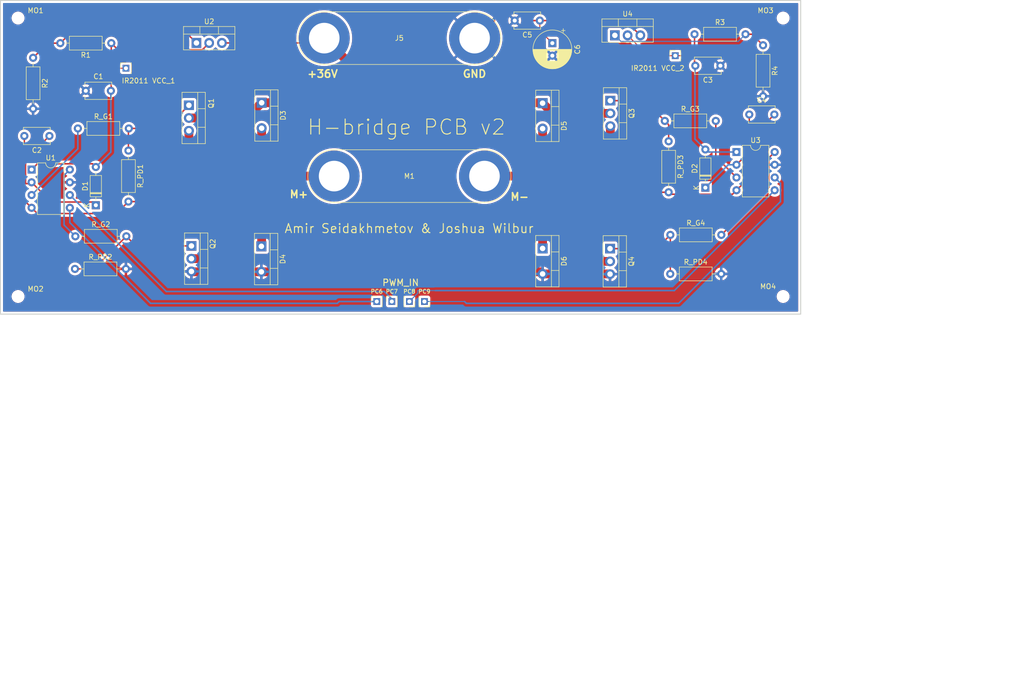
<source format=kicad_pcb>
(kicad_pcb (version 20240108) (generator "pcbnew") (generator_version "8.0")
  (layers (0 "F.Cu" signal) (31 "B.Cu" signal) (34 "B.Paste" user) (35 "F.Paste" user) (36 "B.SilkS" user "B.Silkscreen") (37 "F.SilkS" user "F.Silkscreen") (38 "B.Mask" user) (39 "F.Mask" user) (44 "Edge.Cuts" user))
  (net 0 "")
  (net 1 "Net-(D1-A)")
  (net 2 "GND")
  (net 3 "Net-(D1-K)")
  (net 4 "Net-(D3-A)")
  (net 5 "Net-(D2-A)")
  (net 6 "Net-(D2-K)")
  (net 7 "Net-(D5-A)")
  (net 8 "+36V")
  (net 9 "Net-(Q1-G)")
  (net 10 "Net-(Q2-G)")
  (net 11 "Net-(Q3-G)")
  (net 12 "Net-(Q4-G)")
  (net 13 "Net-(U2-ADJ)")
  (net 14 "Net-(U4-ADJ)")
  (net 15 "Net-(U1-HO)")
  (net 16 "Net-(U1-LO)")
  (net 17 "Net-(U3-HO)")
  (net 18 "Net-(U3-LO)")
  (net 19 "PWM_IN2")
  (net 20 "PWM_IN1")
  (net 21 "PWM_IN3")
  (net 22 "PWM_IN4")
  (footprint "Package_TO_SOT_THT:TO-220-2_Vertical" (layer "F.Cu") (at 175.055 107.42 -90)
    (property "Reference" "D6" (at 2.54 -4.27 90) (layer "F.SilkS"))
    (property "Value" "MBRF10200")
    (pad "1" thru_hole rect (at 0 0 270) (size 2 2) (drill 1.1) (layers "*.Cu" "*.Mask") (net 7 "Net-(D5-A)"))
    (pad "2" thru_hole oval (at 5.08 0 270) (size 2 2) (drill 1.1) (layers "*.Cu" "*.Mask") (net 2 "GND"))
  )
  (footprint "Connector:Banana_Jack_2Pin" (layer "F.Cu") (at 161.5 65.5 180)
    (property "Reference" "J5" (at 15 0 0) (layer "F.SilkS"))
    (property "Value" "Screw_Terminal_01x02")
    (pad "1" thru_hole circle (at 0 0 180) (size 10.16 10.16) (drill 6.1) (layers "*.Cu" "*.Mask") (net 2 "GND"))
    (pad "2" thru_hole circle (at 29.97 0 180) (size 10.16 10.16) (drill 6.1) (layers "*.Cu" "*.Mask") (net 8 "+36V"))
  )
  (footprint "Package_TO_SOT_THT:TO-220-3_Vertical" (layer "F.Cu") (at 104.555 78.88 -90)
    (property "Reference" "Q1" (at -0.38 -4.445 90) (layer "F.SilkS"))
    (property "Value" "IRF530N")
    (pad "1" thru_hole rect (at 0 0 270) (size 1.905 2) (drill 1.1) (layers "*.Cu" "*.Mask") (net 9 "Net-(Q1-G)"))
    (pad "2" thru_hole oval (at 2.54 0 270) (size 1.905 2) (drill 1.1) (layers "*.Cu" "*.Mask") (net 8 "+36V"))
    (pad "3" thru_hole oval (at 5.08 0 270) (size 1.905 2) (drill 1.1) (layers "*.Cu" "*.Mask") (net 4 "Net-(D3-A)"))
  )
  (footprint "Package_TO_SOT_THT:TO-220-2_Vertical" (layer "F.Cu") (at 119.055 78.38 -90)
    (property "Reference" "D3" (at 2.54 -4.27 90) (layer "F.SilkS"))
    (property "Value" "MBRF10200")
    (pad "1" thru_hole rect (at 0 0 270) (size 2 2) (drill 1.1) (layers "*.Cu" "*.Mask") (net 8 "+36V"))
    (pad "2" thru_hole oval (at 5.08 0 270) (size 2 2) (drill 1.1) (layers "*.Cu" "*.Mask") (net 4 "Net-(D3-A)"))
  )
  (footprint "Resistor_THT:R_Axial_DIN0207_L6.3mm_D2.5mm_P10.16mm_Horizontal" (layer "F.Cu") (at 200.52 104.72)
    (property "Reference" "R_G4" (at 5.08 -2.37 0) (layer "F.SilkS"))
    (property "Value" "100")
    (pad "1" thru_hole circle (at 0 0) (size 1.6 1.6) (drill 0.8) (layers "*.Cu" "*.Mask") (net 12 "Net-(Q4-G)"))
    (pad "2" thru_hole oval (at 10.16 0) (size 1.6 1.6) (drill 0.8) (layers "*.Cu" "*.Mask") (net 18 "Net-(U3-LO)"))
  )
  (footprint "Capacitor_THT:C_Disc_D5.1mm_W3.2mm_P5.00mm" (layer "F.Cu") (at 216.25 80.72)
    (property "Reference" "C4" (at 2.5 -2.85 0) (layer "F.SilkS"))
    (property "Value" "0.1u")
    (pad "1" thru_hole circle (at 0 0) (size 1.6 1.6) (drill 0.8) (layers "*.Cu" "*.Mask") (net 6 "Net-(D2-K)"))
    (pad "2" thru_hole circle (at 5 0) (size 1.6 1.6) (drill 0.8) (layers "*.Cu" "*.Mask") (net 7 "Net-(D5-A)"))
  )
  (footprint "Package_TO_SOT_THT:TO-220-3_Vertical" (layer "F.Cu") (at 106.055 66.46)
    (property "Reference" "U2" (at 2.54 -4.27 0) (layer "F.SilkS"))
    (property "Value" "LM317_TO-220")
    (pad "1" thru_hole rect (at 0 0) (size 1.905 2) (drill 1.1) (layers "*.Cu" "*.Mask") (net 13 "Net-(U2-ADJ)"))
    (pad "2" thru_hole oval (at 2.54 0) (size 1.905 2) (drill 1.1) (layers "*.Cu" "*.Mask") (net 1 "Net-(D1-A)"))
    (pad "3" thru_hole oval (at 5.08 0) (size 1.905 2) (drill 1.1) (layers "*.Cu" "*.Mask") (net 8 "+36V"))
  )
  (footprint "Capacitor_THT:C_Disc_D5.1mm_W3.2mm_P5.00mm" (layer "F.Cu") (at 210.5 71 180)
    (property "Reference" "C3" (at 2.5 -2.85 180) (layer "F.SilkS"))
    (property "Value" "0.1u")
    (pad "1" thru_hole circle (at 0 0 180) (size 1.6 1.6) (drill 0.8) (layers "*.Cu" "*.Mask") (net 2 "GND"))
    (pad "2" thru_hole circle (at 5 0 180) (size 1.6 1.6) (drill 0.8) (layers "*.Cu" "*.Mask") (net 5 "Net-(D2-A)"))
  )
  (footprint "Package_DIP:DIP-8_W7.62mm" (layer "F.Cu") (at 213.7 88.2)
    (property "Reference" "U3" (at 3.81 -2.33 0) (layer "F.SilkS"))
    (property "Value" "IR2011")
    (pad "1" thru_hole rect (at 0 0) (size 1.6 1.6) (drill 0.8) (layers "*.Cu" "*.Mask") (net 5 "Net-(D2-A)"))
    (pad "2" thru_hole oval (at 0 2.54) (size 1.6 1.6) (drill 0.8) (layers "*.Cu" "*.Mask") (net 6 "Net-(D2-K)"))
    (pad "3" thru_hole oval (at 0 5.08) (size 1.6 1.6) (drill 0.8) (layers "*.Cu" "*.Mask") (net 17 "Net-(U3-HO)"))
    (pad "4" thru_hole oval (at 0 7.62) (size 1.6 1.6) (drill 0.8) (layers "*.Cu" "*.Mask") (net 7 "Net-(D5-A)"))
    (pad "5" thru_hole oval (at 7.62 7.62) (size 1.6 1.6) (drill 0.8) (layers "*.Cu" "*.Mask") (net 21 "PWM_IN3"))
    (pad "6" thru_hole oval (at 7.62 5.08) (size 1.6 1.6) (drill 0.8) (layers "*.Cu" "*.Mask") (net 22 "PWM_IN4"))
    (pad "7" thru_hole oval (at 7.62 2.54) (size 1.6 1.6) (drill 0.8) (layers "*.Cu" "*.Mask") (net 2 "GND"))
    (pad "8" thru_hole oval (at 7.62 0) (size 1.6 1.6) (drill 0.8) (layers "*.Cu" "*.Mask") (net 18 "Net-(U3-LO)"))
  )
  (footprint "Package_TO_SOT_THT:TO-220-3_Vertical" (layer "F.Cu") (at 189.46 64.945)
    (property "Reference" "U4" (at 2.54 -4.27 0) (layer "F.SilkS"))
    (property "Value" "LM317_TO-220")
    (pad "1" thru_hole rect (at 0 0) (size 1.905 2) (drill 1.1) (layers "*.Cu" "*.Mask") (net 14 "Net-(U4-ADJ)"))
    (pad "2" thru_hole oval (at 2.54 0) (size 1.905 2) (drill 1.1) (layers "*.Cu" "*.Mask") (net 5 "Net-(D2-A)"))
    (pad "3" thru_hole oval (at 5.08 0) (size 1.905 2) (drill 1.1) (layers "*.Cu" "*.Mask") (net 8 "+36V"))
  )
  (footprint "Connector_PinSocket_2.00mm:PinSocket_1x01_P2.00mm_Vertical" (layer "F.Cu") (at 151.5 118 -90)
    (property "Reference" "PC9" (at -2 0 0) (layer "F.SilkS") (effects (font (size 0.8 0.8))))
    (property "Value" "1x1 Pin Header" (hide yes))
    (pad "1" thru_hole rect (at 0 0 270) (size 1.35 1.35) (drill 0.8) (layers "*.Cu" "*.Mask") (net 22 "PWM_IN4"))
  )
  (footprint "Connector_PinSocket_2.00mm:PinSocket_1x01_P2.00mm_Vertical" (layer "F.Cu") (at 92 71.5 90)
    (property "Reference" "IR2011 VCC_1" (at -2.5 4.5 180) (layer "F.SilkS"))
    (property "Value" "PinSocket_1x01_P2.00mm_Vertical" (hide yes))
    (pad "1" thru_hole rect (at 0 0 90) (size 1.35 1.35) (drill 0.8) (layers "*.Cu" "*.Mask") (net 1 "Net-(D1-A)"))
  )
  (footprint "Resistor_THT:R_Axial_DIN0207_L6.3mm_D2.5mm_P10.16mm_Horizontal" (layer "F.Cu") (at 219 66.92 -90)
    (property "Reference" "R4" (at 5.08 -2.37 90) (layer "F.SilkS"))
    (property "Value" "5.6k")
    (pad "1" thru_hole circle (at 0 0 270) (size 1.6 1.6) (drill 0.8) (layers "*.Cu" "*.Mask") (net 14 "Net-(U4-ADJ)"))
    (pad "2" thru_hole oval (at 10.16 0 270) (size 1.6 1.6) (drill 0.8) (layers "*.Cu" "*.Mask") (net 2 "GND"))
  )
  (footprint "Mounting:MountingHole_2.1mm" (layer "F.Cu") (at 70.5 117)
    (property "Reference" "MO2" (at 3.5 -1.5 0) (layer "F.SilkS"))
    (property "Value" "MountingHole")
    (pad "" np_thru_hole circle (at 0 0) (size 2.1 2.1) (drill 2.1) (layers "*.Cu" "*.Mask"))
  )
  (footprint "Connector_PinSocket_2.00mm:PinSocket_1x01_P2.00mm_Vertical" (layer "F.Cu") (at 201.5 69 90)
    (property "Reference" "IR2011 VCC_2" (at -2.5 -3.5 180) (layer "F.SilkS"))
    (property "Value" "PinSocket_1x01_P2.00mm_Vertical" (hide yes))
    (pad "1" thru_hole rect (at 0 0 90) (size 1.35 1.35) (drill 0.8) (layers "*.Cu" "*.Mask") (net 5 "Net-(D2-A)"))
  )
  (footprint "Capacitor_THT:CP_Radial_D7.5mm_P2.50mm" (layer "F.Cu") (at 177 66.5 -90)
    (property "Reference" "C6" (at 1.25 -5 90) (layer "F.SilkS"))
    (property "Value" "100u")
    (pad "1" thru_hole rect (at 0 0 270) (size 1.6 1.6) (drill 0.8) (layers "*.Cu" "*.Mask") (net 8 "+36V"))
    (pad "2" thru_hole circle (at 2.5 0 270) (size 1.6 1.6) (drill 0.8) (layers "*.Cu" "*.Mask") (net 2 "GND"))
  )
  (footprint "Package_TO_SOT_THT:TO-220-3_Vertical" (layer "F.Cu") (at 188.5 107.46 -90)
    (property "Reference" "Q4" (at 2.54 -4.27 90) (layer "F.SilkS"))
    (property "Value" "IRF530N")
    (pad "1" thru_hole rect (at 0 0 270) (size 1.905 2) (drill 1.1) (layers "*.Cu" "*.Mask") (net 12 "Net-(Q4-G)"))
    (pad "2" thru_hole oval (at 2.54 0 270) (size 1.905 2) (drill 1.1) (layers "*.Cu" "*.Mask") (net 7 "Net-(D5-A)"))
    (pad "3" thru_hole oval (at 5.08 0 270) (size 1.905 2) (drill 1.1) (layers "*.Cu" "*.Mask") (net 2 "GND"))
  )
  (footprint "Resistor_THT:R_Axial_DIN0207_L6.3mm_D2.5mm_P10.16mm_Horizontal" (layer "F.Cu") (at 73.5 69.42 -90)
    (property "Reference" "R2" (at 5.08 -2.37 90) (layer "F.SilkS"))
    (property "Value" "5.6k")
    (pad "1" thru_hole circle (at 0 0 270) (size 1.6 1.6) (drill 0.8) (layers "*.Cu" "*.Mask") (net 13 "Net-(U2-ADJ)"))
    (pad "2" thru_hole oval (at 10.16 0 270) (size 1.6 1.6) (drill 0.8) (layers "*.Cu" "*.Mask") (net 2 "GND"))
  )
  (footprint "Resistor_THT:R_Axial_DIN0207_L6.3mm_D2.5mm_P10.16mm_Horizontal" (layer "F.Cu") (at 200.18 86.06 -90)
    (property "Reference" "R_PD3" (at 5.08 -2.37 90) (layer "F.SilkS"))
    (property "Value" "5.6k")
    (pad "1" thru_hole circle (at 0 0 270) (size 1.6 1.6) (drill 0.8) (layers "*.Cu" "*.Mask") (net 11 "Net-(Q3-G)"))
    (pad "2" thru_hole oval (at 10.16 0 270) (size 1.6 1.6) (drill 0.8) (layers "*.Cu" "*.Mask") (net 7 "Net-(D5-A)"))
  )
  (footprint "Resistor_THT:R_Axial_DIN0207_L6.3mm_D2.5mm_P10.16mm_Horizontal" (layer "F.Cu") (at 81.92 105)
    (property "Reference" "R_G2" (at 5.08 -2.37 0) (layer "F.SilkS"))
    (property "Value" "100")
    (pad "1" thru_hole circle (at 0 0) (size 1.6 1.6) (drill 0.8) (layers "*.Cu" "*.Mask") (net 16 "Net-(U1-LO)"))
    (pad "2" thru_hole oval (at 10.16 0) (size 1.6 1.6) (drill 0.8) (layers "*.Cu" "*.Mask") (net 10 "Net-(Q2-G)"))
  )
  (footprint "Connector_PinSocket_2.00mm:PinSocket_1x01_P2.00mm_Vertical" (layer "F.Cu") (at 145 118 90)
    (property "Reference" "PC7" (at 2 0 180) (layer "F.SilkS") (effects (font (size 0.8 0.8))))
    (property "Value" "1x1 Pin Header" (hide yes))
    (pad "1" thru_hole rect (at 0 0 90) (size 1.35 1.35) (drill 0.8) (layers "*.Cu" "*.Mask") (net 19 "PWM_IN2"))
  )
  (footprint "Package_DIP:DIP-8_W7.62mm" (layer "F.Cu") (at 73.2 91.7)
    (property "Reference" "U1" (at 3.81 -2.33 0) (layer "F.SilkS"))
    (property "Value" "IR2011")
    (pad "1" thru_hole rect (at 0 0) (size 1.6 1.6) (drill 0.8) (layers "*.Cu" "*.Mask") (net 1 "Net-(D1-A)"))
    (pad "2" thru_hole oval (at 0 2.54) (size 1.6 1.6) (drill 0.8) (layers "*.Cu" "*.Mask") (net 3 "Net-(D1-K)"))
    (pad "3" thru_hole oval (at 0 5.08) (size 1.6 1.6) (drill 0.8) (layers "*.Cu" "*.Mask") (net 15 "Net-(U1-HO)"))
    (pad "4" thru_hole oval (at 0 7.62) (size 1.6 1.6) (drill 0.8) (layers "*.Cu" "*.Mask") (net 4 "Net-(D3-A)"))
    (pad "5" thru_hole oval (at 7.62 7.62) (size 1.6 1.6) (drill 0.8) (layers "*.Cu" "*.Mask") (net 20 "PWM_IN1"))
    (pad "6" thru_hole oval (at 7.62 5.08) (size 1.6 1.6) (drill 0.8) (layers "*.Cu" "*.Mask") (net 19 "PWM_IN2"))
    (pad "7" thru_hole oval (at 7.62 2.54) (size 1.6 1.6) (drill 0.8) (layers "*.Cu" "*.Mask") (net 2 "GND"))
    (pad "8" thru_hole oval (at 7.62 0) (size 1.6 1.6) (drill 0.8) (layers "*.Cu" "*.Mask") (net 16 "Net-(U1-LO)"))
  )
  (footprint "Resistor_THT:R_Axial_DIN0207_L6.3mm_D2.5mm_P10.16mm_Horizontal" (layer "F.Cu") (at 89.08 66.5 180)
    (property "Reference" "R1" (at 5.08 -2.37 0) (layer "F.SilkS"))
    (property "Value" "470")
    (pad "1" thru_hole circle (at 0 0 180) (size 1.6 1.6) (drill 0.8) (layers "*.Cu" "*.Mask") (net 1 "Net-(D1-A)"))
    (pad "2" thru_hole oval (at 10.16 0 180) (size 1.6 1.6) (drill 0.8) (layers "*.Cu" "*.Mask") (net 13 "Net-(U2-ADJ)"))
  )
  (footprint "Connector_PinSocket_2.00mm:PinSocket_1x01_P2.00mm_Vertical" (layer "F.Cu") (at 142 118 90)
    (property "Reference" "PC6" (at 2 0 180) (layer "F.SilkS") (effects (font (size 0.8 0.8))))
    (property "Value" "1x1 Pin Header" (hide yes))
    (pad "1" thru_hole rect (at 0 0 90) (size 1.35 1.35) (drill 0.8) (layers "*.Cu" "*.Mask") (net 20 "PWM_IN1"))
  )
  (footprint "Connector:Banana_Jack_2Pin" (layer "F.Cu") (at 133.5 93)
    (property "Reference" "M1" (at 15 0 0) (layer "F.SilkS"))
    (property "Value" "MY6812")
    (pad "1" thru_hole circle (at 0 0) (size 10.16 10.16) (drill 6.1) (layers "*.Cu" "*.Mask") (net 4 "Net-(D3-A)"))
    (pad "2" thru_hole circle (at 29.97 0) (size 10.16 10.16) (drill 6.1) (layers "*.Cu" "*.Mask") (net 7 "Net-(D5-A)"))
  )
  (footprint "Package_TO_SOT_THT:TO-220-2_Vertical" (layer "F.Cu") (at 175.055 78.46 -90)
    (property "Reference" "D5" (at 4.54 -4.27 90) (layer "F.SilkS"))
    (property "Value" "MBRF10200")
    (pad "1" thru_hole rect (at 0 0 270) (size 2 2) (drill 1.1) (layers "*.Cu" "*.Mask") (net 8 "+36V"))
    (pad "2" thru_hole oval (at 5.08 0 270) (size 2 2) (drill 1.1) (layers "*.Cu" "*.Mask") (net 7 "Net-(D5-A)"))
  )
  (footprint "Resistor_THT:R_Axial_DIN0207_L6.3mm_D2.5mm_P10.16mm_Horizontal" (layer "F.Cu") (at 199.42 82)
    (property "Reference" "R_G3" (at 5.08 -2.37 0) (layer "F.SilkS"))
    (property "Value" "100")
    (pad "1" thru_hole circle (at 0 0) (size 1.6 1.6) (drill 0.8) (layers "*.Cu" "*.Mask") (net 11 "Net-(Q3-G)"))
    (pad "2" thru_hole oval (at 10.16 0) (size 1.6 1.6) (drill 0.8) (layers "*.Cu" "*.Mask") (net 17 "Net-(U3-HO)"))
  )
  (footprint "Package_TO_SOT_THT:TO-220-3_Vertical" (layer "F.Cu") (at 188.555 77.96 -90)
    (property "Reference" "Q3" (at 2.54 -4.27 90) (layer "F.SilkS"))
    (property "Value" "IRF530N")
    (pad "1" thru_hole rect (at 0 0 270) (size 1.905 2) (drill 1.1) (layers "*.Cu" "*.Mask") (net 11 "Net-(Q3-G)"))
    (pad "2" thru_hole oval (at 2.54 0 270) (size 1.905 2) (drill 1.1) (layers "*.Cu" "*.Mask") (net 8 "+36V"))
    (pad "3" thru_hole oval (at 5.08 0 270) (size 1.905 2) (drill 1.1) (layers "*.Cu" "*.Mask") (net 7 "Net-(D5-A)"))
  )
  (footprint "Resistor_THT:R_Axial_DIN0207_L6.3mm_D2.5mm_P10.16mm_Horizontal" (layer "F.Cu") (at 92.5 87.92 -90)
    (property "Reference" "R_PD1" (at 5.08 -2.37 90) (layer "F.SilkS"))
    (property "Value" "5.6k")
    (pad "1" thru_hole circle (at 0 0 270) (size 1.6 1.6) (drill 0.8) (layers "*.Cu" "*.Mask") (net 9 "Net-(Q1-G)"))
    (pad "2" thru_hole oval (at 10.16 0 270) (size 1.6 1.6) (drill 0.8) (layers "*.Cu" "*.Mask") (net 4 "Net-(D3-A)"))
  )
  (footprint "Capacitor_THT:C_Disc_D5.1mm_W3.2mm_P5.00mm" (layer "F.Cu") (at 174.5 62 180)
    (property "Reference" "C5" (at 2.5 -2.85 180) (layer "F.SilkS"))
    (property "Value" "0.1u")
    (pad "1" thru_hole circle (at 0 0 180) (size 1.6 1.6) (drill 0.8) (layers "*.Cu" "*.Mask") (net 8 "+36V"))
    (pad "2" thru_hole circle (at 5 0 180) (size 1.6 1.6) (drill 0.8) (layers "*.Cu" "*.Mask") (net 2 "GND"))
  )
  (footprint "Resistor_THT:R_Axial_DIN0207_L6.3mm_D2.5mm_P10.16mm_Horizontal" (layer "F.Cu") (at 200.5 112.5)
    (property "Reference" "R_PD4" (at 5.08 -2.37 0) (layer "F.SilkS"))
    (property "Value" "5.6k")
    (pad "1" thru_hole circle (at 0 0) (size 1.6 1.6) (drill 0.8) (layers "*.Cu" "*.Mask") (net 12 "Net-(Q4-G)"))
    (pad "2" thru_hole oval (at 10.16 0) (size 1.6 1.6) (drill 0.8) (layers "*.Cu" "*.Mask") (net 2 "GND"))
  )
  (footprint "diodes:D_DO-35_SOD27_P7.62mm_Horizontal" (layer "F.Cu") (at 86 98.81 90)
    (property "Reference" "D1" (at 3.81 -2.12 90) (layer "F.SilkS"))
    (property "Value" "1N4148")
    (fp_text user "K" (at 0 -1.8 90) (layer "F.SilkS"))
    (pad "1" thru_hole rect (at 0 0 90) (size 1.6 1.6) (drill 0.8) (layers "*.Cu" "*.Mask") (net 3 "Net-(D1-K)"))
    (pad "2" thru_hole oval (at 7.62 0 90) (size 1.6 1.6) (drill 0.8) (layers "*.Cu" "*.Mask") (net 1 "Net-(D1-A)"))
  )
  (footprint "Mounting:MountingHole_2.1mm" (layer "F.Cu") (at 223 61.5)
    (property "Reference" "MO3" (at -3.5 -1.5 0) (layer "F.SilkS"))
    (property "Value" "MountingHole")
    (pad "" np_thru_hole circle (at 0 0) (size 2.1 2.1) (drill 2.1) (layers "*.Cu" "*.Mask"))
  )
  (footprint "Resistor_THT:R_Axial_DIN0207_L6.3mm_D2.5mm_P10.16mm_Horizontal" (layer "F.Cu") (at 81.84 111.5)
    (property "Reference" "R_PD2" (at 5.08 -2.37 0) (layer "F.SilkS"))
    (property "Value" "5.6k")
    (pad "1" thru_hole circle (at 0 0) (size 1.6 1.6) (drill 0.8) (layers "*.Cu" "*.Mask") (net 10 "Net-(Q2-G)"))
    (pad "2" thru_hole oval (at 10.16 0) (size 1.6 1.6) (drill 0.8) (layers "*.Cu" "*.Mask") (net 2 "GND"))
  )
  (footprint "Resistor_THT:R_Axial_DIN0207_L6.3mm_D2.5mm_P10.16mm_Horizontal" (layer "F.Cu") (at 205.34 64.72)
    (property "Reference" "R3" (at 5.08 -2.37 0) (layer "F.SilkS"))
    (property "Value" "470")
    (pad "1" thru_hole circle (at 0 0) (size 1.6 1.6) (drill 0.8) (layers "*.Cu" "*.Mask") (net 5 "Net-(D2-A)"))
    (pad "2" thru_hole oval (at 10.16 0) (size 1.6 1.6) (drill 0.8) (layers "*.Cu" "*.Mask") (net 14 "Net-(U4-ADJ)"))
  )
  (footprint "Mounting:MountingHole_2.1mm" (layer "F.Cu") (at 223 117)
    (property "Reference" "MO4" (at -3 -2 0) (layer "F.SilkS"))
    (property "Value" "MountingHole")
    (pad "" np_thru_hole circle (at 0 0) (size 2.1 2.1) (drill 2.1) (layers "*.Cu" "*.Mask"))
  )
  (footprint "diodes:D_DO-35_SOD27_P7.62mm_Horizontal" (layer "F.Cu") (at 207.5 95.31 90)
    (property "Reference" "D2" (at 3.81 -2.12 90) (layer "F.SilkS"))
    (property "Value" "1N4148")
    (fp_text user "K" (at 0 -1.8 90) (layer "F.SilkS"))
    (pad "1" thru_hole rect (at 0 0 90) (size 1.6 1.6) (drill 0.8) (layers "*.Cu" "*.Mask") (net 6 "Net-(D2-K)"))
    (pad "2" thru_hole oval (at 7.62 0 90) (size 1.6 1.6) (drill 0.8) (layers "*.Cu" "*.Mask") (net 5 "Net-(D2-A)"))
  )
  (footprint "Package_TO_SOT_THT:TO-220-2_Vertical" (layer "F.Cu") (at 119 107 -90)
    (property "Reference" "D4" (at 2.54 -4.27 90) (layer "F.SilkS"))
    (property "Value" "MBRF10200")
    (pad "1" thru_hole rect (at 0 0 270) (size 2 2) (drill 1.1) (layers "*.Cu" "*.Mask") (net 4 "Net-(D3-A)"))
    (pad "2" thru_hole oval (at 5.08 0 270) (size 2 2) (drill 1.1) (layers "*.Cu" "*.Mask") (net 2 "GND"))
  )
  (footprint "Resistor_THT:R_Axial_DIN0207_L6.3mm_D2.5mm_P10.16mm_Horizontal" (layer "F.Cu") (at 82.42 83.5)
    (property "Reference" "R_G1" (at 5.08 -2.37 0) (layer "F.SilkS"))
    (property "Value" "100")
    (pad "1" thru_hole circle (at 0 0) (size 1.6 1.6) (drill 0.8) (layers "*.Cu" "*.Mask") (net 15 "Net-(U1-HO)"))
    (pad "2" thru_hole oval (at 10.16 0) (size 1.6 1.6) (drill 0.8) (layers "*.Cu" "*.Mask") (net 9 "Net-(Q1-G)"))
  )
  (footprint "Connector_PinSocket_2.00mm:PinSocket_1x01_P2.00mm_Vertical" (layer "F.Cu") (at 148.5 118 -90)
    (property "Reference" "PC8" (at -2 0 0) (layer "F.SilkS") (effects (font (size 0.8 0.8))))
    (property "Value" "1x1 Pin Header" (hide yes))
    (pad "1" thru_hole rect (at 0 0 270) (size 1.35 1.35) (drill 0.8) (layers "*.Cu" "*.Mask") (net 21 "PWM_IN3"))
  )
  (footprint "Mounting:MountingHole_2.1mm" (layer "F.Cu") (at 70.5 61.5)
    (property "Reference" "MO1" (at 3.5 -1.5 0) (layer "F.SilkS"))
    (property "Value" "MountingHole")
    (pad "" np_thru_hole circle (at 0 0) (size 2.1 2.1) (drill 2.1) (layers "*.Cu" "*.Mask"))
  )
  (footprint "Capacitor_THT:C_Disc_D5.1mm_W3.2mm_P5.00mm" (layer "F.Cu") (at 76.75 85 180)
    (property "Reference" "C2" (at 2.5 -2.85 180) (layer "F.SilkS"))
    (property "Value" "0.1u")
    (pad "1" thru_hole circle (at 0 0 180) (size 1.6 1.6) (drill 0.8) (layers "*.Cu" "*.Mask") (net 3 "Net-(D1-K)"))
    (pad "2" thru_hole circle (at 5 0 180) (size 1.6 1.6) (drill 0.8) (layers "*.Cu" "*.Mask") (net 4 "Net-(D3-A)"))
  )
  (footprint "Capacitor_THT:C_Disc_D5.1mm_W3.2mm_P5.00mm" (layer "F.Cu") (at 84 76)
    (property "Reference" "C1" (at 2.5 -2.85 0) (layer "F.SilkS"))
    (property "Value" "0.1u")
    (pad "1" thru_hole circle (at 0 0) (size 1.6 1.6) (drill 0.8) (layers "*.Cu" "*.Mask") (net 2 "GND"))
    (pad "2" thru_hole circle (at 5 0) (size 1.6 1.6) (drill 0.8) (layers "*.Cu" "*.Mask") (net 1 "Net-(D1-A)"))
  )
  (footprint "Package_TO_SOT_THT:TO-220-3_Vertical" (layer "F.Cu") (at 105.055 106.92 -90)
    (property "Reference" "Q2" (at -0.42 -4.27 90) (layer "F.SilkS"))
    (property "Value" "IRF530N")
    (pad "1" thru_hole rect (at 0 0 270) (size 1.905 2) (drill 1.1) (layers "*.Cu" "*.Mask") (net 10 "Net-(Q2-G)"))
    (pad "2" thru_hole oval (at 2.54 0 270) (size 1.905 2) (drill 1.1) (layers "*.Cu" "*.Mask") (net 4 "Net-(D3-A)"))
    (pad "3" thru_hole oval (at 5.08 0 270) (size 1.905 2) (drill 1.1) (layers "*.Cu" "*.Mask") (net 2 "GND"))
  )
  (gr_rect (start 67 58) (end 226.5 120.516) (stroke (width 0.2)) (fill none) (layer "Edge.Cuts"))
  (gr_text "M+" (at 124.5 97.5 0) (layer "F.SilkS") (effects (font (size 1.5 1.5) (thickness 0.3) (bold yes)) (justify left bottom)))
  (gr_text "M-" (at 168.5 98 0) (layer "F.SilkS") (effects (font (size 1.5 1.5) (thickness 0.3) (bold yes)) (justify left bottom)))
  (gr_text "Amir Seidakhmetov & Joshua Wilbur" (at 123.5 104.5 0) (layer "F.SilkS") (effects (font (size 1.8 1.8) (thickness 0.2)) (justify left bottom)))
  (gr_text "H-bridge PCB v2" (at 128 85 0) (layer "F.SilkS") (effects (font (size 3 3) (thickness 0.2)) (justify left bottom)))
  (gr_text "GND" (at 159 73.5 0) (layer "F.SilkS") (effects (font (size 1.5 1.5) (thickness 0.3) (bold yes)) (justify left bottom)))
  (gr_text "+36V" (at 128 73.5 0) (layer "F.SilkS") (effects (font (size 1.5 1.5) (thickness 0.3) (bold yes)) (justify left bottom)))
  (gr_text "PWM_IN" (at 143 115 0) (layer "F.SilkS") (effects (font (size 1.3 1.3) (thickness 0.2)) (justify left bottom)))
  (segment (start 92 71.5) (end 89.08 71.5) (width 0.2) (layer "F.Cu") (net 1))
  (segment (start 89.08 75.42) (end 89.08 71.5) (width 0.3) (layer "F.Cu") (net 1))
  (segment (start 73.2 91.7) (end 74.35 90.55) (width 0.3) (layer "F.Cu") (net 1))
  (segment (start 74.35 90.55) (end 85.36 90.55) (width 0.3) (layer "F.Cu") (net 1))
  (segment (start 89 76) (end 89 75.5) (width 0.3) (layer "F.Cu") (net 1))
  (segment (start 108.595 66.46) (end 107.245 67.81) (width 0.3) (layer "F.Cu") (net 1))
  (segment (start 89 75.5) (end 89.08 75.42) (width 0.3) (layer "F.Cu") (net 1))
  (segment (start 89.08 71.5) (end 89.08 66.5) (width 0.3) (layer "F.Cu") (net 1))
  (segment (start 85.36 90.55) (end 86 91.19) (width 0.3) (layer "F.Cu") (net 1))
  (segment (start 90.39 67.81) (end 89.08 66.5) (width 0.3) (layer "F.Cu") (net 1))
  (segment (start 107.245 67.81) (end 90.39 67.81) (width 0.3) (layer "F.Cu") (net 1))
  (segment (start 89 76) (end 89 88.19) (width 0.3) (layer "B.Cu") (net 1))
  (segment (start 89 88.19) (end 86 91.19) (width 0.3) (layer "B.Cu") (net 1))
  (segment (start 92 111.5) (end 92.5 111.5) (width 0.3) (layer "F.Cu") (net 2))
  (segment (start 174.635 112.08) (end 175.055 112.5) (width 1.75) (layer "F.Cu") (net 2))
  (segment (start 119 112.08) (end 174.635 112.08) (width 1.75) (layer "F.Cu") (net 2))
  (segment (start 162 65.5) (end 165.5 62) (width 0.3) (layer "F.Cu") (net 2))
  (segment (start 175.055 112.5) (end 188.46 112.5) (width 1.75) (layer "F.Cu") (net 2))
  (segment (start 188.46 112.5) (end 188.5 112.54) (width 1.75) (layer "F.Cu") (net 2))
  (segment (start 161.5 65.5) (end 162 65.5) (width 0.3) (layer "F.Cu") (net 2))
  (segment (start 105.135 112.08) (end 105.055 112) (width 1.75) (layer "F.Cu") (net 2))
  (segment (start 119 112.08) (end 105.135 112.08) (width 1.75) (layer "F.Cu") (net 2))
  (segment (start 101.49 112) (end 105.055 112) (width 0.3) (layer "B.Cu") (net 2))
  (segment (start 72 94.5) (end 72.94 94.5) (width 0.3) (layer "F.Cu") (net 3))
  (segment (start 76.75 85) (end 72 89.75) (width 0.3) (layer "F.Cu") (net 3))
  (segment (start 86 98.81) (end 85.36 98.17) (width 0.3) (layer "F.Cu") (net 3))
  (segment (start 85.36 98.17) (end 77.13 98.17) (width 0.3) (layer "F.Cu") (net 3))
  (segment (start 77.13 98.17) (end 73.2 94.24) (width 0.3) (layer "F.Cu") (net 3))
  (segment (start 72 89.75) (end 72 94.5) (width 0.3) (layer "F.Cu") (net 3))
  (segment (start 72.94 94.5) (end 73.2 94.24) (width 0.3) (layer "F.Cu") (net 3))
  (segment (start 119.055 93) (end 133.5 93) (width 1.75) (layer "F.Cu") (net 4))
  (segment (start 92.5 98.08) (end 99.42 98.08) (width 0.3) (layer "F.Cu") (net 4))
  (segment (start 110.46 109.46) (end 105.055 109.46) (width 1.75) (layer "F.Cu") (net 4))
  (segment (start 110.5 109.5) (end 110.46 109.46) (width 1.75) (layer "F.Cu") (net 4))
  (segment (start 71.5 87.75) (end 71.5 97.62) (width 0.3) (layer "F.Cu") (net 4))
  (segment (start 104.5 93) (end 112 100.5) (width 1.75) (layer "F.Cu") (net 4))
  (segment (start 104.5 93) (end 104.555 92.945) (width 1.75) (layer "F.Cu") (net 4))
  (segment (start 112 109.5) (end 110.5 109.5) (width 1.75) (layer "F.Cu") (net 4))
  (segment (start 92.5 98.08) (end 90.11 100.47) (width 0.3) (layer "F.Cu") (net 4))
  (segment (start 74.35 100.47) (end 73.2 99.32) (width 0.3) (layer "F.Cu") (net 4))
  (segment (start 71.75 87.5) (end 71.75 85) (width 0.3) (layer "F.Cu") (net 4))
  (segment (start 90.11 100.47) (end 74.35 100.47) (width 0.3) (layer "F.Cu") (net 4))
  (segment (start 119.055 83.46) (end 119.055 93) (width 1.75) (layer "F.Cu") (net 4))
  (segment (start 112 100.5) (end 112 109.5) (width 1.75) (layer "F.Cu") (net 4))
  (segment (start 71.5 97.62) (end 73.2 99.32) (width 0.3) (layer "F.Cu") (net 4))
  (segment (start 119.055 93) (end 119.055 106.945) (width 1.75) (layer "F.Cu") (net 4))
  (segment (start 119.055 93) (end 104.5 93) (width 1.75) (layer "F.Cu") (net 4))
  (segment (start 104.555 92.945) (end 104.555 83.96) (width 1.75) (layer "F.Cu") (net 4))
  (segment (start 119.055 106.945) (end 119 107) (width 0.2) (layer "F.Cu") (net 4))
  (segment (start 71.5 87.75) (end 71.75 87.5) (width 0.3) (layer "F.Cu") (net 4))
  (segment (start 99.42 98.08) (end 104.5 93) (width 0.3) (layer "F.Cu") (net 4))
  (segment (start 205.34 64.72) (end 205.34 69) (width 0.3) (layer "F.Cu") (net 5))
  (segment (start 201.5 69) (end 205.34 69) (width 0.2) (layer "F.Cu") (net 5))
  (segment (start 205.34 69) (end 205.34 71.13) (width 0.3) (layer "F.Cu") (net 5))
  (segment (start 196.055 69) (end 201.5 69) (width 0.2) (layer "F.Cu") (net 5))
  (segment (start 192 64.945) (end 196.055 69) (width 0.2) (layer "F.Cu") (net 5))
  (segment (start 205.43 71.22) (end 205.43 85.62) (width 0.3) (layer "B.Cu") (net 5))
  (segment (start 207.69 87.69) (end 208.2 88.2) (width 0.3) (layer "B.Cu") (net 5))
  (segment (start 207.5 87.69) (end 207.69 87.69) (width 0.3) (layer "B.Cu") (net 5))
  (segment (start 208.2 88.2) (end 213.7 88.2) (width 0.3) (layer "B.Cu") (net 5))
  (segment (start 205.43 85.62) (end 207.5 87.69) (width 0.3) (layer "B.Cu") (net 5))
  (segment (start 216.25 88.19) (end 213.7 90.74) (width 0.3) (layer "F.Cu") (net 6))
  (segment (start 216.25 80.72) (end 216.25 88.19) (width 0.3) (layer "F.Cu") (net 6))
  (segment (start 212.07 90.74) (end 207.5 95.31) (width 0.3) (layer "B.Cu") (net 6))
  (segment (start 213.7 90.74) (end 212.07 90.74) (width 0.3) (layer "B.Cu") (net 6))
  (segment (start 212.900001 96.619999) (end 200.579999 96.619999) (width 0.3) (layer "F.Cu") (net 7))
  (segment (start 200.579999 96.619999) (end 200.18 96.22) (width 0.3) (layer "F.Cu") (net 7))
  (segment (start 218.75 90.77) (end 213.7 95.82) (width 0.3) (layer "F.Cu") (net 7))
  (segment (start 182 93) (end 182 106.155) (width 1.75) (layer "F.Cu") (net 7))
  (segment (start 185.845 110) (end 188.5 110) (width 1.75) (layer "F.Cu") (net 7))
  (segment (start 200.18 96.22) (end 191.83 96.22) (width 0.3) (layer "F.Cu") (net 7))
  (segment (start 175.055 93.5) (end 175.055 107.42) (width 1.75) (layer "F.Cu") (net 7))
  (segment (start 182 93) (end 188.5 93) (width 1.75) (layer "F.Cu") (net 7))
  (segment (start 188.555 92.945) (end 188.555 83.04) (width 1.75) (layer "F.Cu") (net 7))
  (segment (start 213.7 95.82) (end 212.900001 96.619999) (width 0.3) (layer "F.Cu") (net 7))
  (segment (start 191.83 96.22) (end 188.555 92.945) (width 0.3) (layer "F.Cu") (net 7))
  (segment (start 175.055 83.54) (end 175.055 93.5) (width 1.75) (layer "F.Cu") (net 7))
  (segment (start 163.47 93) (end 182 93) (width 1.75) (layer "F.Cu") (net 7))
  (segment (start 218.75 90.77) (end 218.75 83.22) (width 0.3) (layer "F.Cu") (net 7))
  (segment (start 218.75 83.22) (end 221.25 80.72) (width 0.3) (layer "F.Cu") (net 7))
  (segment (start 188.5 93) (end 188.555 92.945) (width 1.75) (layer "F.Cu") (net 7))
  (segment (start 182 106.155) (end 185.845 110) (width 1.75) (layer "F.Cu") (net 7))
  (segment (start 171.5 78.38) (end 174.975 78.38) (width 1.75) (layer "F.Cu") (net 8))
  (segment (start 174.975 78.38) (end 175.055 78.46) (width 0.2) (layer "F.Cu") (net 8))
  (segment (start 119.055 78.38) (end 116.015 81.42) (width 1.75) (layer "F.Cu") (net 8))
  (segment (start 111.135 66.46) (end 130.57 66.46) (width 0.3) (layer "F.Cu") (net 8))
  (segment (start 188.555 80.5) (end 177.095 80.5) (width 1.75) (layer "F.Cu") (net 8))
  (segment (start 172.75 62) (end 191.595 62) (width 0.3) (layer "F.Cu") (net 8))
  (segment (start 177.095 80.5) (end 175.055 78.46) (width 1.75) (layer "F.Cu") (net 8))
  (segment (start 191.595 62) (end 194.54 64.945) (width 0.3) (layer "F.Cu") (net 8))
  (segment (start 144.41 78.38) (end 131.53 65.5) (width 1.75) (layer "F.Cu") (net 8))
  (segment (start 146.5 78.38) (end 144.41 78.38) (width 1.75) (layer "F.Cu") (net 8))
  (segment (start 171.5 78.38) (end 171.5 63.25) (width 0.3) (layer "F.Cu") (net 8))
  (segment (start 130.57 66.46) (end 131.53 65.5) (width 0.3) (layer "F.Cu") (net 8))
  (segment (start 171.5 63.25) (end 172.75 62) (width 0.3) (layer "F.Cu") (net 8))
  (segment (start 116.015 81.42) (end 104.555 81.42) (width 1.75) (layer "F.Cu") (net 8))
  (segment (start 120.5 78.38) (end 119.055 78.38) (width 1.75) (layer "F.Cu") (net 8))
  (segment (start 174.5 64) (end 177 66.5) (width 0.2) (layer "F.Cu") (net 8))
  (segment (start 174.5 62) (end 174.5 64) (width 0.2) (layer "F.Cu") (net 8))
  (segment (start 120.5 78.38) (end 146.5 78.38) (width 1.75) (layer "F.Cu") (net 8))
  (segment (start 146.5 78.38) (end 171.5 78.38) (width 1.75) (layer "F.Cu") (net 8))
  (segment (start 99.935 83.5) (end 104.555 78.88) (width 0.3) (layer "F.Cu") (net 9))
  (segment (start 92.58 83.5) (end 99.935 83.5) (width 0.3) (layer "F.Cu") (net 9))
  (segment (start 92.5 83.58) (end 92.58 83.5) (width 0.3) (layer "F.Cu") (net 9))
  (segment (start 92.5 87.92) (end 92.5 83.58) (width 0.3) (layer "F.Cu") (net 9))
  (segment (start 85.58 111.5) (end 92.08 105) (width 0.3) (layer "F.Cu") (net 10))
  (segment (start 105.055 106.92) (end 94 106.92) (width 0.3) (layer "F.Cu") (net 10))
  (segment (start 81.84 111.5) (end 85.58 111.5) (width 0.3) (layer "F.Cu") (net 10))
  (segment (start 94 106.92) (end 92.08 105) (width 0.3) (layer "F.Cu") (net 10))
  (segment (start 198.5 78.04) (end 198.42 77.96) (width 0.3) (layer "F.Cu") (net 11))
  (segment (start 200.18 86.06) (end 200.18 82.76) (width 0.3) (layer "F.Cu") (net 11))
  (segment (start 198.5 81.08) (end 198.5 78.04) (width 0.3) (layer "F.Cu") (net 11))
  (segment (start 200.18 82.76) (end 199.42 82) (width 0.3) (layer "F.Cu") (net 11))
  (segment (start 199.42 82) (end 198.5 81.08) (width 0.3) (layer "F.Cu") (net 11))
  (segment (start 198.42 77.96) (end 188.555 77.96) (width 0.3) (layer "F.Cu") (net 11))
  (segment (start 200.52 112.48) (end 200.5 112.5) (width 0.3) (layer "F.Cu") (net 12))
  (segment (start 200.52 104.72) (end 200.52 112.48) (width 0.3) (layer "F.Cu") (net 12))
  (segment (start 188.5 107.46) (end 197.78 107.46) (width 0.3) (layer "F.Cu") (net 12))
  (segment (start 197.78 107.46) (end 200.52 104.72) (width 0.3) (layer "F.Cu") (net 12))
  (segment (start 76.42 66.5) (end 73.5 69.42) (width 0.3) (layer "F.Cu") (net 13))
  (segment (start 78.92 66.5) (end 76.42 66.5) (width 0.3) (layer "F.Cu") (net 13))
  (segment (start 81.92 63.5) (end 78.92 66.5) (width 0.3) (layer "F.Cu") (net 13))
  (segment (start 103.095 63.5) (end 81.92 63.5) (width 0.3) (layer "F.Cu") (net 13))
  (segment (start 106.055 66.46) (end 103.095 63.5) (width 0.3) (layer "F.Cu") (net 13))
  (segment (start 216.8 64.72) (end 219 66.92) (width 0.3) (layer "F.Cu") (net 14))
  (segment (start 215.5 64.72) (end 216.8 64.72) (width 0.3) (layer "F.Cu") (net 14))
  (segment (start 190.66 66.145) (end 214.075 66.145) (width 0.2) (layer "B.Cu") (net 14))
  (segment (start 214.075 66.145) (end 215.5 64.72) (width 0.2) (layer "B.Cu") (net 14))
  (segment (start 189.46 64.945) (end 190.66 66.145) (width 0.2) (layer "B.Cu") (net 14))
  (segment (start 82.42 87.56) (end 73.2 96.78) (width 0.3) (layer "B.Cu") (net 15))
  (segment (start 82.42 83.5) (end 82.42 87.56) (width 0.3) (layer "B.Cu") (net 15))
  (segment (start 81.92 105) (end 79.67 102.75) (width 0.3) (layer "B.Cu") (net 16))
  (segment (start 79.67 102.75) (end 79.67 92.85) (width 0.3) (layer "B.Cu") (net 16))
  (segment (start 79.67 92.85) (end 80.82 91.7) (width 0.3) (layer "B.Cu") (net 16))
  (segment (start 213.7 93.28) (end 209.58 89.16) (width 0.3) (layer "F.Cu") (net 17))
  (segment (start 209.58 89.16) (end 209.58 82) (width 0.3) (layer "F.Cu") (net 17))
  (segment (start 220.17 89.35) (end 220.17 95.23) (width 0.3) (layer "F.Cu") (net 18))
  (segment (start 220.17 95.23) (end 210.68 104.72) (width 0.3) (layer "F.Cu") (net 18))
  (segment (start 221.32 88.2) (end 220.17 89.35) (width 0.3) (layer "F.Cu") (net 18))
  (segment (start 145 117.5) (end 145 118) (width 0.3) (layer "B.Cu") (net 19))
  (segment (start 80.82 96.78) (end 100.04 116) (width 0.3) (layer "B.Cu") (net 19))
  (segment (start 100.04 116) (end 143.5 116) (width 0.3) (layer "B.Cu") (net 19))
  (segment (start 143.5 116) (end 145 117.5) (width 0.3) (layer "B.Cu") (net 19))
  (segment (start 96.910346 118.364) (end 134.136 118.364) (width 0.3) (layer "B.Cu") (net 20))
  (segment (start 134.5 118) (end 142 118) (width 0.3) (layer "B.Cu") (net 20))
  (segment (start 80.82 99.32) (end 80.82 102.273654) (width 0.3) (layer "B.Cu") (net 20))
  (segment (start 80.82 102.273654) (end 96.910346 118.364) (width 0.3) (layer "B.Cu") (net 20))
  (segment (start 134.136 118.364) (end 134.5 118) (width 0.3) (layer "B.Cu") (net 20))
  (segment (start 150.176 116.324) (end 150.176 115.824) (width 0.2) (layer "B.Cu") (net 21))
  (segment (start 201.316 115.824) (end 153.676 115.824) (width 0.3) (layer "B.Cu") (net 21))
  (segment (start 221.32 95.82) (end 201.316 115.824) (width 0.3) (layer "B.Cu") (net 21))
  (segment (start 150.176 115.824) (end 153.676 115.824) (width 0.2) (layer "B.Cu") (net 21))
  (segment (start 148.5 118) (end 150.176 116.324) (width 0.2) (layer "B.Cu") (net 21))
  (segment (start 222.47 94.43) (end 222.47 98.078) (width 0.3) (layer "B.Cu") (net 22))
  (segment (start 222.47 98.078) (end 202.184 118.364) (width 0.3) (layer "B.Cu") (net 22))
  (segment (start 221.32 93.28) (end 222.47 94.43) (width 0.3) (layer "B.Cu") (net 22))
  (segment (start 159.864 118.364) (end 159.5 118) (width 0.3) (layer "B.Cu") (net 22))
  (segment (start 151.5 118) (end 159.5 118) (width 0.2) (layer "B.Cu") (net 22))
  (segment (start 202.184 118.364) (end 159.864 118.364) (width 0.3) (layer "B.Cu") (net 22))
  (zone (net 2) (net_name "GND") (layers "F&B.Cu") (name "GND Plane") (connect_pads (clearance 0.5)) (min_thickness 0.25) (fill yes (thermal_gap 0.5) (thermal_bridge_width 0.5))
    (polygon (pts (xy 67 58) (xy 226.5 58) (xy 226.5 120.516) (xy 67 120.516)))
  )
)
</source>
